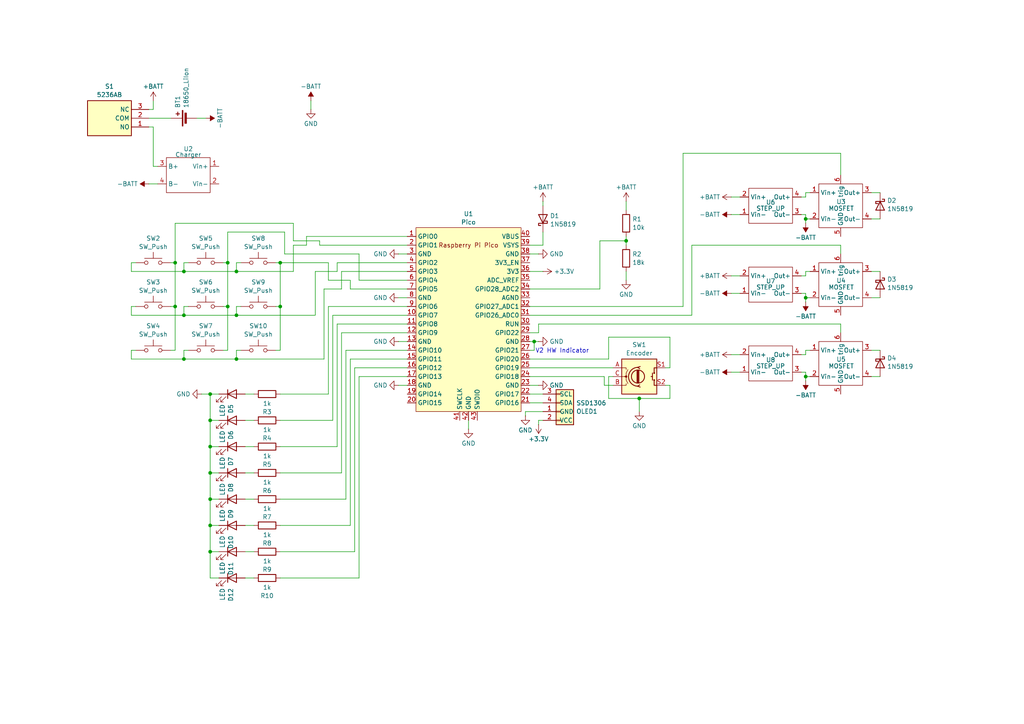
<source format=kicad_sch>
(kicad_sch (version 20231120) (generator "eeschema") (generator_version "8.0")
  (paper "A4")
  (title_block (title "LARS V2") (date "2024-04-01") (rev "1") (comment 1 "https://git.xythobuz.de/thomas/drumkit") (comment 2 "Licensed under the CERN-OHL-S-2.0+") (comment 4 "Copyright (c) 2024 Thomas Buck, Kauzerei"))
  (lib_symbols
    (symbol "5236ab:5236AB"
      (property "Reference" "S1" (at 11.43 -11.7645 0))
      (property "Value" "5236AB" (at 11.43 -9.3402 0))
      (symbol "5236AB_1_1"
        (rectangle (start 5.08 2.54) (end 17.78 -7.62) (stroke (width 0.254)) (fill (type background)))
        (pin passive line (at 0 0 0) (length 5.08) (name "NO") (number "1"))
        (pin passive line (at 0 -2.54 0) (length 5.08) (name "COM") (number "2"))
        (pin passive line (at 0 -5.08 0) (length 5.08) (name "NC") (number "3"))
      )
    )
    (symbol "Device:Battery_Cell" (pin_numbers hide) (pin_names (offset 0) hide)
      (property "Reference" "BT" (at 2.54 2.54 0))
      (property "Value" "Battery_Cell" (at 2.54 0 0))
      (symbol "Battery_Cell_0_1"
        (rectangle (start -2.286 1.778) (end 2.286 1.524) (fill (type outline)))
        (rectangle (start -1.524 1.016) (end 1.524 0.508) (fill (type outline)))
        (polyline (pts (xy 0 0.762) (xy 0 0)))
        (polyline (pts (xy 0 1.778) (xy 0 2.54)))
        (polyline (pts (xy 0.762 3.048) (xy 1.778 3.048)) (stroke (width 0.254)))
        (polyline (pts (xy 1.27 3.556) (xy 1.27 2.54)) (stroke (width 0.254)))
      )
      (symbol "Battery_Cell_1_1"
        (pin passive line (at 0 5.08 270) (length 2.54) (name "+") (number "1"))
        (pin passive line (at 0 -2.54 90) (length 2.54) (name "-") (number "2"))
      )
    )
    (symbol "Device:LED" (pin_numbers hide) (pin_names (offset 1.016) hide)
      (property "Reference" "D" (at 0 2.54 0))
      (property "Value" "LED" (at 0 -2.54 0))
      (symbol "LED_0_1"
        (polyline (pts (xy -1.27 -1.27) (xy -1.27 1.27)) (stroke (width 0.254)))
        (polyline (pts (xy -1.27 0) (xy 1.27 0)))
        (polyline (pts (xy 1.27 -1.27) (xy 1.27 1.27) (xy -1.27 0) (xy 1.27 -1.27)) (stroke (width 0.254)))
        (polyline (pts (xy -3.048 -0.762) (xy -4.572 -2.286) (xy -3.81 -2.286) (xy -4.572 -2.286) (xy -4.572 -1.524)))
        (polyline (pts (xy -1.778 -0.762) (xy -3.302 -2.286) (xy -2.54 -2.286) (xy -3.302 -2.286) (xy -3.302 -1.524)))
      )
      (symbol "LED_1_1"
        (pin passive line (at -3.81 0 0) (length 2.54) (name "K") (number "1"))
        (pin passive line (at 3.81 0 180) (length 2.54) (name "A") (number "2"))
      )
    )
    (symbol "Device:R" (pin_numbers hide) (pin_names (offset 0))
      (property "Reference" "R" (at 2.032 0 90))
      (property "Value" "R" (at 0 0 90))
      (symbol "R_0_1"
        (rectangle (start -1.016 -2.54) (end 1.016 2.54) (stroke (width 0.254)))
      )
      (symbol "R_1_1"
        (pin passive line (at 0 3.81 270) (length 1.27) (name "~") (number "1"))
        (pin passive line (at 0 -3.81 90) (length 1.27) (name "~") (number "2"))
      )
    )
    (symbol "Device:RotaryEncoder_Switch" (pin_names (offset 0.254) hide)
      (property "Reference" "SW" (at 0 6.604 0))
      (property "Value" "RotaryEncoder_Switch" (at 0 -6.604 0))
      (symbol "RotaryEncoder_Switch_0_1"
        (rectangle (start -5.08 5.08) (end 5.08 -5.08) (stroke (width 0.254)) (fill (type background)))
        (circle (center -3.81 0) (radius 0.254) (fill (type outline)))
        (circle (center -0.381 0) (radius 1.905) (stroke (width 0.254)))
        (arc (start -0.381 2.667) (mid -3.0988 -0.0635) (end -0.381 -2.794) (stroke (width 0.254)))
        (polyline (pts (xy -0.635 -1.778) (xy -0.635 1.778)) (stroke (width 0.254)))
        (polyline (pts (xy -0.381 -1.778) (xy -0.381 1.778)) (stroke (width 0.254)))
        (polyline (pts (xy -0.127 1.778) (xy -0.127 -1.778)) (stroke (width 0.254)))
        (polyline (pts (xy 3.81 0) (xy 3.429 0)) (stroke (width 0.254)))
        (polyline (pts (xy 3.81 1.016) (xy 3.81 -1.016)) (stroke (width 0.254)))
        (polyline (pts (xy -5.08 -2.54) (xy -3.81 -2.54) (xy -3.81 -2.032)))
        (polyline (pts (xy -5.08 2.54) (xy -3.81 2.54) (xy -3.81 2.032)))
        (polyline (pts (xy 0.254 -3.048) (xy -0.508 -2.794) (xy 0.127 -2.413)) (stroke (width 0.254)))
        (polyline (pts (xy 0.254 2.921) (xy -0.508 2.667) (xy 0.127 2.286)) (stroke (width 0.254)))
        (polyline (pts (xy 5.08 -2.54) (xy 4.318 -2.54) (xy 4.318 -1.016)) (stroke (width 0.254)))
        (polyline (pts (xy 5.08 2.54) (xy 4.318 2.54) (xy 4.318 1.016)) (stroke (width 0.254)))
        (polyline (pts (xy -5.08 0) (xy -3.81 0) (xy -3.81 -1.016) (xy -3.302 -2.032)))
        (polyline (pts (xy -4.318 0) (xy -3.81 0) (xy -3.81 1.016) (xy -3.302 2.032)))
        (circle (center 4.318 -1.016) (radius 0.127) (stroke (width 0.254)))
        (circle (center 4.318 1.016) (radius 0.127) (stroke (width 0.254)))
      )
      (symbol "RotaryEncoder_Switch_1_1"
        (pin passive line (at -7.62 2.54 0) (length 2.54) (name "A") (number "A"))
        (pin passive line (at -7.62 -2.54 0) (length 2.54) (name "B") (number "B"))
        (pin passive line (at -7.62 0 0) (length 2.54) (name "C") (number "C"))
        (pin passive line (at 7.62 2.54 180) (length 2.54) (name "S1") (number "S1"))
        (pin passive line (at 7.62 -2.54 180) (length 2.54) (name "S2") (number "S2"))
      )
    )
    (symbol "Diode:1N5819" (pin_numbers hide) (pin_names (offset 1.016) hide)
      (property "Reference" "D" (at 0 2.54 0))
      (property "Value" "1N5819" (at 0 -2.54 0))
      (symbol "1N5819_0_1"
        (polyline (pts (xy 1.27 0) (xy -1.27 0)))
        (polyline (pts (xy 1.27 1.27) (xy 1.27 -1.27) (xy -1.27 0) (xy 1.27 1.27)) (stroke (width 0.254)))
        (polyline (pts (xy -1.905 0.635) (xy -1.905 1.27) (xy -1.27 1.27) (xy -1.27 -1.27) (xy -0.635 -1.27) (xy -0.635 -0.635)) (stroke (width 0.254)))
      )
      (symbol "1N5819_1_1"
        (pin passive line (at -3.81 0 0) (length 2.54) (name "K") (number "1"))
        (pin passive line (at 3.81 0 180) (length 2.54) (name "A") (number "2"))
      )
    )
    (symbol "KiCad-RP-Pico:Pico"
      (property "Reference" "U" (at -13.97 27.94 0))
      (property "Value" "Pico" (at 0 19.05 0))
      (symbol "Pico_0_0"
        (text "Raspberry Pi Pico" (at 0 21.59 0) (effects (font (size 1.27 1.27))))
      )
      (symbol "Pico_0_1"
        (rectangle (start -15.24 26.67) (end 15.24 -26.67) (fill (type background)))
      )
      (symbol "Pico_1_1"
        (pin bidirectional line (at -17.78 24.13 0) (length 2.54) (name "GPIO0") (number "1"))
        (pin bidirectional line (at -17.78 1.27 0) (length 2.54) (name "GPIO7") (number "10"))
        (pin bidirectional line (at -17.78 -1.27 0) (length 2.54) (name "GPIO8") (number "11"))
        (pin bidirectional line (at -17.78 -3.81 0) (length 2.54) (name "GPIO9") (number "12"))
        (pin power_in line (at -17.78 -6.35 0) (length 2.54) (name "GND") (number "13"))
        (pin bidirectional line (at -17.78 -8.89 0) (length 2.54) (name "GPIO10") (number "14"))
        (pin bidirectional line (at -17.78 -11.43 0) (length 2.54) (name "GPIO11") (number "15"))
        (pin bidirectional line (at -17.78 -13.97 0) (length 2.54) (name "GPIO12") (number "16"))
        (pin bidirectional line (at -17.78 -16.51 0) (length 2.54) (name "GPIO13") (number "17"))
        (pin power_in line (at -17.78 -19.05 0) (length 2.54) (name "GND") (number "18"))
        (pin bidirectional line (at -17.78 -21.59 0) (length 2.54) (name "GPIO14") (number "19"))
        (pin bidirectional line (at -17.78 21.59 0) (length 2.54) (name "GPIO1") (number "2"))
        (pin bidirectional line (at -17.78 -24.13 0) (length 2.54) (name "GPIO15") (number "20"))
        (pin bidirectional line (at 17.78 -24.13 180) (length 2.54) (name "GPIO16") (number "21"))
        (pin bidirectional line (at 17.78 -21.59 180) (length 2.54) (name "GPIO17") (number "22"))
        (pin power_in line (at 17.78 -19.05 180) (length 2.54) (name "GND") (number "23"))
        (pin bidirectional line (at 17.78 -16.51 180) (length 2.54) (name "GPIO18") (number "24"))
        (pin bidirectional line (at 17.78 -13.97 180) (length 2.54) (name "GPIO19") (number "25"))
        (pin bidirectional line (at 17.78 -11.43 180) (length 2.54) (name "GPIO20") (number "26"))
        (pin bidirectional line (at 17.78 -8.89 180) (length 2.54) (name "GPIO21") (number "27"))
        (pin power_in line (at 17.78 -6.35 180) (length 2.54) (name "GND") (number "28"))
        (pin bidirectional line (at 17.78 -3.81 180) (length 2.54) (name "GPIO22") (number "29"))
        (pin power_in line (at -17.78 19.05 0) (length 2.54) (name "GND") (number "3"))
        (pin input line (at 17.78 -1.27 180) (length 2.54) (name "RUN") (number "30"))
        (pin bidirectional line (at 17.78 1.27 180) (length 2.54) (name "GPIO26_ADC0") (number "31"))
        (pin bidirectional line (at 17.78 3.81 180) (length 2.54) (name "GPIO27_ADC1") (number "32"))
        (pin power_in line (at 17.78 6.35 180) (length 2.54) (name "AGND") (number "33"))
        (pin bidirectional line (at 17.78 8.89 180) (length 2.54) (name "GPIO28_ADC2") (number "34"))
        (pin input line (at 17.78 11.43 180) (length 2.54) (name "ADC_VREF") (number "35"))
        (pin power_out line (at 17.78 13.97 180) (length 2.54) (name "3V3") (number "36"))
        (pin input line (at 17.78 16.51 180) (length 2.54) (name "3V3_EN") (number "37"))
        (pin power_in line (at 17.78 19.05 180) (length 2.54) (name "GND") (number "38"))
        (pin power_in line (at 17.78 21.59 180) (length 2.54) (name "VSYS") (number "39"))
        (pin bidirectional line (at -17.78 16.51 0) (length 2.54) (name "GPIO2") (number "4"))
        (pin power_in line (at 17.78 24.13 180) (length 2.54) (name "VBUS") (number "40"))
        (pin input line (at -2.54 -29.21 90) (length 2.54) (name "SWCLK") (number "41"))
        (pin power_in line (at 0 -29.21 90) (length 2.54) (name "GND") (number "42"))
        (pin bidirectional line (at 2.54 -29.21 90) (length 2.54) (name "SWDIO") (number "43"))
        (pin bidirectional line (at -17.78 13.97 0) (length 2.54) (name "GPIO3") (number "5"))
        (pin bidirectional line (at -17.78 11.43 0) (length 2.54) (name "GPIO4") (number "6"))
        (pin bidirectional line (at -17.78 8.89 0) (length 2.54) (name "GPIO5") (number "7"))
        (pin power_in line (at -17.78 6.35 0) (length 2.54) (name "GND") (number "8"))
        (pin bidirectional line (at -17.78 3.81 0) (length 2.54) (name "GPIO6") (number "9"))
      )
    )
    (symbol "Switch:SW_Push" (pin_numbers hide) (pin_names (offset 1.016) hide)
      (property "Reference" "SW" (at 1.27 2.54 0))
      (property "Value" "SW_Push" (at 0 -1.524 0))
      (symbol "SW_Push_0_1"
        (circle (center -2.032 0) (radius 0.508))
        (polyline (pts (xy 0 1.27) (xy 0 3.048)))
        (polyline (pts (xy 2.54 1.27) (xy -2.54 1.27)))
        (circle (center 2.032 0) (radius 0.508))
        (pin passive line (at -5.08 0 0) (length 2.54) (name "1") (number "1"))
        (pin passive line (at 5.08 0 180) (length 2.54) (name "2") (number "2"))
      )
    )
    (symbol "chinese_modules:charger"
      (property "Reference" "U" (at 0 0 0))
      (symbol "charger_0_1"
        (rectangle (start -6.35 5.08) (end 6.35 -5.08))
      )
      (symbol "charger_1_1"
        (pin input line (at 8.89 2.54 180) (length 2.54) (name "Vin+") (number "1"))
        (pin input line (at 8.89 -2.54 180) (length 2.54) (name "Vin-") (number "2"))
        (pin input line (at -8.89 2.54 0) (length 2.54) (name "B+") (number "3"))
        (pin input line (at -8.89 -2.54 0) (length 2.54) (name "B-") (number "4"))
      )
    )
    (symbol "chinese_modules:dc-dc"
      (property "Reference" "U6" (at 0 1.016 0))
      (property "Value" "STEP_UP" (at 0 -0.762 0))
      (symbol "dc-dc_0_1"
        (rectangle (start -6.35 5.08) (end 6.35 -5.08))
      )
      (symbol "dc-dc_1_1"
        (pin power_in line (at -8.89 -2.54 0) (length 2.54) (name "Vin-") (number "1"))
        (pin power_in line (at -8.89 2.54 0) (length 2.54) (name "Vin+") (number "2"))
        (pin power_out line (at 8.89 -2.54 180) (length 2.54) (name "Out-") (number "3"))
        (pin power_out line (at 8.89 2.54 180) (length 2.54) (name "Out+") (number "4"))
      )
    )
    (symbol "chinese_modules:xy-mos"
      (property "Reference" "U3" (at -1.27 1.1734 0))
      (property "Value" "~" (at -0.508 -0.508 0))
      (symbol "xy-mos_0_1"
        (rectangle (start -6.35 6.35) (end 6.35 -6.35))
      )
      (symbol "xy-mos_1_1"
        (pin power_in line (at -8.89 3.81 0) (length 2.54) (name "Vin+") (number "1"))
        (pin power_in line (at -8.89 -3.81 0) (length 2.54) (name "Vin-") (number "2"))
        (pin power_out line (at 8.89 3.81 180) (length 2.54) (name "Out+") (number "3"))
        (pin power_out line (at 8.89 -3.81 180) (length 2.54) (name "Out-") (number "4"))
        (pin input line (at 0 -8.89 90) (length 2.54) (name "GND") (number "5"))
        (pin input line (at 0 8.89 270) (length 2.54) (name "trig") (number "6"))
      )
    )
    (symbol "dc-dc_1"
      (property "Reference" "U8" (at 0 1.016 0))
      (property "Value" "STEP_UP" (at 0 -0.762 0))
      (symbol "dc-dc_1_0_1"
        (rectangle (start -6.35 5.08) (end 6.35 -5.08))
      )
      (symbol "dc-dc_1_1_1"
        (pin power_in line (at -8.89 -2.54 0) (length 2.54) (name "Vin-") (number "1"))
        (pin power_in line (at -8.89 2.54 0) (length 2.54) (name "Vin+") (number "2"))
        (pin power_out line (at 8.89 -2.54 180) (length 2.54) (name "Out-") (number "3"))
        (pin power_out line (at 8.89 2.54 180) (length 2.54) (name "Out+") (number "4"))
      )
    )
    (symbol "dc-dc_2"
      (property "Reference" "U7" (at 0 1.016 0))
      (property "Value" "STEP_UP" (at 0 -0.762 0))
      (symbol "dc-dc_2_0_1"
        (rectangle (start -6.35 5.08) (end 6.35 -5.08))
      )
      (symbol "dc-dc_2_1_1"
        (pin power_in line (at -8.89 -2.54 0) (length 2.54) (name "Vin-") (number "1"))
        (pin power_in line (at -8.89 2.54 0) (length 2.54) (name "Vin+") (number "2"))
        (pin power_out line (at 8.89 -2.54 180) (length 2.54) (name "Out-") (number "3"))
        (pin power_out line (at 8.89 2.54 180) (length 2.54) (name "Out+") (number "4"))
      )
    )
    (symbol "power:+3.3V" (power) (pin_numbers hide) (pin_names (offset 0) hide)
      (property "Value" "+3.3V" (at 0 3.556 0))
      (symbol "+3.3V_0_1"
        (polyline (pts (xy -0.762 1.27) (xy 0 2.54)))
        (polyline (pts (xy 0 0) (xy 0 2.54)))
        (polyline (pts (xy 0 2.54) (xy 0.762 1.27)))
      )
      (symbol "+3.3V_1_1"
        (pin power_in line (at 0 0 90) (length 0) (name "~") (number "1"))
      )
    )
    (symbol "power:+BATT" (power) (pin_numbers hide) (pin_names (offset 0) hide)
      (property "Value" "+BATT" (at 0 3.556 0))
      (symbol "+BATT_0_1"
        (polyline (pts (xy -0.762 1.27) (xy 0 2.54)))
        (polyline (pts (xy 0 0) (xy 0 2.54)))
        (polyline (pts (xy 0 2.54) (xy 0.762 1.27)))
      )
      (symbol "+BATT_1_1"
        (pin power_in line (at 0 0 90) (length 0) (name "~") (number "1"))
      )
    )
    (symbol "power:-BATT" (power) (pin_numbers hide) (pin_names (offset 0) hide)
      (property "Value" "-BATT" (at 0 3.556 0))
      (symbol "-BATT_0_1"
        (polyline (pts (xy 0 0) (xy 0 2.54)))
        (polyline (pts (xy 0.762 1.27) (xy -0.762 1.27) (xy 0 2.54) (xy 0.762 1.27)) (fill (type outline)))
      )
      (symbol "-BATT_1_1"
        (pin power_in line (at 0 0 90) (length 0) (name "~") (number "1"))
      )
    )
    (symbol "power:GND" (power) (pin_numbers hide) (pin_names (offset 0) hide)
      (property "Value" "GND" (at 0 -3.81 0))
      (symbol "GND_0_1"
        (polyline (pts (xy 0 0) (xy 0 -1.27) (xy 1.27 -1.27) (xy 0 -2.54) (xy -1.27 -1.27) (xy 0 -1.27)))
      )
      (symbol "GND_1_1"
        (pin power_in line (at 0 0 270) (length 0) (name "~") (number "1"))
      )
    )
    (symbol "ssd1306:SSD1306" (pin_names (offset 1.016))
      (property "Reference" "OLED" (at 0 5.08 0))
      (property "Value" "SSD1306" (at 0 -7.62 0))
      (symbol "SSD1306_1_1"
        (rectangle (start -1.27 -4.953) (end 0 -5.207) (stroke (width 0.1524)))
        (rectangle (start -1.27 -2.413) (end 0 -2.667) (stroke (width 0.1524)))
        (rectangle (start -1.27 0.127) (end 0 -0.127) (stroke (width 0.1524)))
        (rectangle (start -1.27 2.667) (end 0 2.413) (stroke (width 0.1524)))
        (rectangle (start -1.27 3.81) (end 3.81 -6.35) (stroke (width 0.254)) (fill (type background)))
        (pin power_in line (at -5.08 0 0) (length 3.81) (name "GND") (number "1"))
        (pin power_in line (at -5.08 2.54 0) (length 3.81) (name "VCC") (number "2"))
        (pin input line (at -5.08 -5.08 0) (length 3.81) (name "SCL") (number "3"))
        (pin bidirectional line (at -5.08 -2.54 0) (length 3.81) (name "SDA") (number "4"))
      )
    )
  )
  (junction (at 60.96 114.3))
  (junction (at 50.8 88.9))
  (junction (at 60.96 137.16))
  (junction (at 68.58 91.44))
  (junction (at 50.8 76.2))
  (junction (at 53.34 78.74))
  (junction (at 53.34 104.14))
  (junction (at 181.61 69.85))
  (junction (at 60.96 129.54))
  (junction (at 68.58 104.14))
  (junction (at 66.04 88.9))
  (junction (at 60.96 152.4))
  (junction (at 60.96 160.02))
  (junction (at 60.96 121.92))
  (junction (at 233.68 86.36))
  (junction (at 185.42 115.57))
  (junction (at 154.94 99.06))
  (junction (at 233.68 63.5))
  (junction (at 81.28 76.2))
  (junction (at 68.58 78.74))
  (junction (at 233.68 109.22))
  (junction (at 81.28 88.9))
  (junction (at 53.34 91.44))
  (junction (at 60.96 144.78))
  (junction (at 66.04 76.2))
  (wire (pts (xy 194.31 111.76) (xy 193.04 111.76)))
  (wire (pts (xy 53.34 91.44) (xy 68.58 91.44)))
  (wire (pts (xy 157.48 119.38) (xy 152.4 119.38)))
  (wire (pts (xy 175.26 111.76) (xy 175.26 109.22)))
  (wire (pts (xy 252.73 86.36) (xy 255.27 86.36)))
  (wire (pts (xy 198.12 44.45) (xy 243.84 44.45)))
  (wire (pts (xy 156.21 93.98) (xy 243.84 93.98)))
  (wire (pts (xy 97.79 129.54) (xy 81.28 129.54)))
  (wire (pts (xy 233.68 63.5) (xy 233.68 64.77)))
  (wire (pts (xy 66.04 76.2) (xy 66.04 88.9)))
  (wire (pts (xy 95.25 114.3) (xy 81.28 114.3)))
  (wire (pts (xy 232.41 62.23) (xy 233.68 62.23)))
  (wire (pts (xy 53.34 104.14) (xy 68.58 104.14)))
  (wire (pts (xy 80.01 76.2) (xy 81.28 76.2)))
  (wire (pts (xy 97.79 76.2) (xy 118.11 76.2)))
  (wire (pts (xy 233.68 62.23) (xy 233.68 63.5)))
  (wire (pts (xy 102.87 106.68) (xy 102.87 160.02)))
  (wire (pts (xy 95.25 81.28) (xy 101.6 81.28)))
  (wire (pts (xy 81.28 76.2) (xy 81.28 88.9)))
  (wire (pts (xy 194.31 106.68) (xy 194.31 97.79)))
  (wire (pts (xy 212.09 102.87) (xy 214.63 102.87)))
  (wire (pts (xy 93.98 83.82) (xy 93.98 104.14)))
  (wire (pts (xy 38.1 104.14) (xy 53.34 104.14)))
  (wire (pts (xy 233.68 109.22) (xy 233.68 110.49)))
  (wire (pts (xy 66.04 67.31) (xy 66.04 76.2)))
  (wire (pts (xy 233.68 78.74) (xy 234.95 78.74)))
  (wire (pts (xy 232.41 85.09) (xy 233.68 85.09)))
  (wire (pts (xy 60.96 137.16) (xy 60.96 144.78)))
  (wire (pts (xy 71.12 152.4) (xy 73.66 152.4)))
  (wire (pts (xy 118.11 88.9) (xy 95.25 88.9)))
  (wire (pts (xy 118.11 106.68) (xy 102.87 106.68)))
  (wire (pts (xy 39.37 76.2) (xy 38.1 76.2)))
  (wire (pts (xy 68.58 88.9) (xy 68.58 91.44)))
  (wire (pts (xy 38.1 91.44) (xy 53.34 91.44)))
  (wire (pts (xy 194.31 115.57) (xy 194.31 111.76)))
  (wire (pts (xy 154.94 101.6) (xy 154.94 99.06)))
  (wire (pts (xy 38.1 101.6) (xy 38.1 104.14)))
  (wire (pts (xy 153.67 78.74) (xy 157.48 78.74)))
  (wire (pts (xy 95.25 81.28) (xy 95.25 76.2)))
  (wire (pts (xy 92.71 71.12) (xy 118.11 71.12)))
  (wire (pts (xy 99.06 137.16) (xy 81.28 137.16)))
  (wire (pts (xy 176.53 97.79) (xy 176.53 104.14)))
  (wire (pts (xy 104.14 81.28) (xy 104.14 73.66)))
  (wire (pts (xy 60.96 152.4) (xy 63.5 152.4)))
  (wire (pts (xy 90.17 29.21) (xy 90.17 31.75)))
  (wire (pts (xy 53.34 76.2) (xy 53.34 78.74)))
  (wire (pts (xy 252.73 78.74) (xy 255.27 78.74)))
  (wire (pts (xy 63.5 114.3) (xy 60.96 114.3)))
  (wire (pts (xy 153.67 114.3) (xy 157.48 114.3)))
  (wire (pts (xy 60.96 144.78) (xy 63.5 144.78)))
  (wire (pts (xy 85.09 69.85) (xy 92.71 69.85)))
  (wire (pts (xy 185.42 115.57) (xy 185.42 119.38)))
  (wire (pts (xy 252.73 55.88) (xy 255.27 55.88)))
  (wire (pts (xy 95.25 76.2) (xy 81.28 76.2)))
  (wire (pts (xy 194.31 106.68) (xy 193.04 106.68)))
  (wire (pts (xy 66.04 101.6) (xy 66.04 88.9)))
  (wire (pts (xy 232.41 102.87) (xy 233.68 102.87)))
  (wire (pts (xy 88.9 71.12) (xy 88.9 68.58)))
  (wire (pts (xy 60.96 114.3) (xy 60.96 121.92)))
  (wire (pts (xy 153.67 83.82) (xy 173.99 83.82)))
  (wire (pts (xy 57.15 34.29) (xy 59.69 34.29)))
  (wire (pts (xy 60.96 129.54) (xy 60.96 137.16)))
  (wire (pts (xy 60.96 152.4) (xy 60.96 160.02)))
  (wire (pts (xy 82.55 67.31) (xy 66.04 67.31)))
  (wire (pts (xy 71.12 137.16) (xy 73.66 137.16)))
  (wire (pts (xy 233.68 55.88) (xy 234.95 55.88)))
  (wire (pts (xy 50.8 101.6) (xy 49.53 101.6)))
  (wire (pts (xy 60.96 121.92) (xy 60.96 129.54)))
  (wire (pts (xy 60.96 160.02) (xy 63.5 160.02)))
  (wire (pts (xy 153.67 88.9) (xy 198.12 88.9)))
  (wire (pts (xy 115.57 111.76) (xy 118.11 111.76)))
  (wire (pts (xy 53.34 78.74) (xy 68.58 78.74)))
  (wire (pts (xy 71.12 121.92) (xy 73.66 121.92)))
  (wire (pts (xy 101.6 83.82) (xy 118.11 83.82)))
  (wire (pts (xy 99.06 96.52) (xy 99.06 137.16)))
  (wire (pts (xy 212.09 107.95) (xy 214.63 107.95)))
  (wire (pts (xy 82.55 73.66) (xy 104.14 73.66)))
  (wire (pts (xy 60.96 121.92) (xy 63.5 121.92)))
  (wire (pts (xy 233.68 63.5) (xy 234.95 63.5)))
  (wire (pts (xy 233.68 101.6) (xy 234.95 101.6)))
  (wire (pts (xy 118.11 104.14) (xy 101.6 104.14)))
  (wire (pts (xy 71.12 144.78) (xy 73.66 144.78)))
  (wire (pts (xy 80.01 101.6) (xy 81.28 101.6)))
  (wire (pts (xy 53.34 88.9) (xy 54.61 88.9)))
  (wire (pts (xy 64.77 76.2) (xy 66.04 76.2)))
  (wire (pts (xy 118.11 78.74) (xy 99.06 78.74)))
  (wire (pts (xy 153.67 111.76) (xy 156.21 111.76)))
  (wire (pts (xy 64.77 101.6) (xy 66.04 101.6)))
  (wire (pts (xy 85.09 71.12) (xy 85.09 78.74)))
  (wire (pts (xy 177.8 109.22) (xy 176.53 109.22)))
  (wire (pts (xy 44.45 36.83) (xy 44.45 48.26)))
  (wire (pts (xy 115.57 99.06) (xy 118.11 99.06)))
  (wire (pts (xy 181.61 69.85) (xy 181.61 71.12)))
  (wire (pts (xy 157.48 71.12) (xy 157.48 67.31)))
  (wire (pts (xy 49.53 76.2) (xy 50.8 76.2)))
  (wire (pts (xy 39.37 101.6) (xy 38.1 101.6)))
  (wire (pts (xy 153.67 101.6) (xy 154.94 101.6)))
  (wire (pts (xy 118.11 93.98) (xy 97.79 93.98)))
  (wire (pts (xy 176.53 104.14) (xy 153.67 104.14)))
  (wire (pts (xy 54.61 76.2) (xy 53.34 76.2)))
  (wire (pts (xy 60.96 137.16) (xy 63.5 137.16)))
  (wire (pts (xy 232.41 80.01) (xy 233.68 80.01)))
  (wire (pts (xy 157.48 58.42) (xy 157.48 59.69)))
  (wire (pts (xy 38.1 88.9) (xy 38.1 91.44)))
  (wire (pts (xy 115.57 73.66) (xy 118.11 73.66)))
  (wire (pts (xy 252.73 63.5) (xy 255.27 63.5)))
  (wire (pts (xy 68.58 91.44) (xy 91.44 91.44)))
  (wire (pts (xy 92.71 69.85) (xy 92.71 71.12)))
  (wire (pts (xy 60.96 160.02) (xy 60.96 167.64)))
  (wire (pts (xy 85.09 71.12) (xy 88.9 71.12)))
  (wire (pts (xy 71.12 129.54) (xy 73.66 129.54)))
  (wire (pts (xy 69.85 101.6) (xy 68.58 101.6)))
  (wire (pts (xy 68.58 101.6) (xy 68.58 104.14)))
  (wire (pts (xy 99.06 83.82) (xy 93.98 83.82)))
  (wire (pts (xy 233.68 80.01) (xy 233.68 78.74)))
  (wire (pts (xy 66.04 88.9) (xy 64.77 88.9)))
  (wire (pts (xy 135.89 121.92) (xy 135.89 124.46)))
  (wire (pts (xy 212.09 80.01) (xy 214.63 80.01)))
  (wire (pts (xy 176.53 109.22) (xy 176.53 115.57)))
  (wire (pts (xy 91.44 78.74) (xy 97.79 78.74)))
  (wire (pts (xy 185.42 115.57) (xy 194.31 115.57)))
  (wire (pts (xy 118.11 91.44) (xy 96.52 91.44)))
  (wire (pts (xy 97.79 93.98) (xy 97.79 129.54)))
  (wire (pts (xy 88.9 68.58) (xy 118.11 68.58)))
  (wire (pts (xy 44.45 31.75) (xy 43.18 31.75)))
  (wire (pts (xy 243.84 44.45) (xy 243.84 50.8)))
  (wire (pts (xy 101.6 152.4) (xy 81.28 152.4)))
  (wire (pts (xy 53.34 101.6) (xy 54.61 101.6)))
  (wire (pts (xy 115.57 86.36) (xy 118.11 86.36)))
  (wire (pts (xy 85.09 64.77) (xy 50.8 64.77)))
  (wire (pts (xy 60.96 144.78) (xy 60.96 152.4)))
  (wire (pts (xy 233.68 57.15) (xy 233.68 55.88)))
  (wire (pts (xy 154.94 99.06) (xy 156.21 99.06)))
  (wire (pts (xy 232.41 57.15) (xy 233.68 57.15)))
  (wire (pts (xy 233.68 85.09) (xy 233.68 86.36)))
  (wire (pts (xy 101.6 81.28) (xy 101.6 83.82)))
  (wire (pts (xy 50.8 88.9) (xy 50.8 101.6)))
  (wire (pts (xy 200.66 91.44) (xy 153.67 91.44)))
  (wire (pts (xy 104.14 109.22) (xy 104.14 167.64)))
  (wire (pts (xy 71.12 114.3) (xy 73.66 114.3)))
  (wire (pts (xy 233.68 102.87) (xy 233.68 101.6)))
  (wire (pts (xy 53.34 91.44) (xy 53.34 88.9)))
  (wire (pts (xy 60.96 129.54) (xy 63.5 129.54)))
  (wire (pts (xy 243.84 71.12) (xy 200.66 71.12)))
  (wire (pts (xy 69.85 88.9) (xy 68.58 88.9)))
  (wire (pts (xy 53.34 104.14) (xy 53.34 101.6)))
  (wire (pts (xy 118.11 101.6) (xy 100.33 101.6)))
  (wire (pts (xy 233.68 86.36) (xy 233.68 87.63)))
  (wire (pts (xy 153.67 99.06) (xy 154.94 99.06)))
  (wire (pts (xy 44.45 29.21) (xy 44.45 31.75)))
  (wire (pts (xy 96.52 91.44) (xy 96.52 121.92)))
  (wire (pts (xy 68.58 78.74) (xy 68.58 76.2)))
  (wire (pts (xy 118.11 109.22) (xy 104.14 109.22)))
  (wire (pts (xy 68.58 76.2) (xy 69.85 76.2)))
  (wire (pts (xy 243.84 73.66) (xy 243.84 71.12)))
  (wire (pts (xy 153.67 116.84) (xy 157.48 116.84)))
  (wire (pts (xy 68.58 104.14) (xy 93.98 104.14)))
  (wire (pts (xy 38.1 78.74) (xy 53.34 78.74)))
  (wire (pts (xy 118.11 96.52) (xy 99.06 96.52)))
  (wire (pts (xy 44.45 48.26) (xy 45.72 48.26)))
  (wire (pts (xy 181.61 58.42) (xy 181.61 60.96)))
  (wire (pts (xy 38.1 76.2) (xy 38.1 78.74)))
  (wire (pts (xy 173.99 69.85) (xy 181.61 69.85)))
  (wire (pts (xy 252.73 109.22) (xy 255.27 109.22)))
  (wire (pts (xy 233.68 109.22) (xy 234.95 109.22)))
  (wire (pts (xy 39.37 88.9) (xy 38.1 88.9)))
  (wire (pts (xy 156.21 93.98) (xy 156.21 96.52)))
  (wire (pts (xy 50.8 76.2) (xy 50.8 88.9)))
  (wire (pts (xy 181.61 68.58) (xy 181.61 69.85)))
  (wire (pts (xy 95.25 88.9) (xy 95.25 114.3)))
  (wire (pts (xy 153.67 73.66) (xy 156.21 73.66)))
  (wire (pts (xy 212.09 85.09) (xy 214.63 85.09)))
  (wire (pts (xy 71.12 167.64) (xy 73.66 167.64)))
  (wire (pts (xy 80.01 88.9) (xy 81.28 88.9)))
  (wire (pts (xy 153.67 106.68) (xy 177.8 106.68)))
  (wire (pts (xy 200.66 71.12) (xy 200.66 91.44)))
  (wire (pts (xy 176.53 115.57) (xy 185.42 115.57)))
  (wire (pts (xy 243.84 93.98) (xy 243.84 96.52)))
  (wire (pts (xy 175.26 109.22) (xy 153.67 109.22)))
  (wire (pts (xy 43.18 53.34) (xy 45.72 53.34)))
  (wire (pts (xy 96.52 121.92) (xy 81.28 121.92)))
  (wire (pts (xy 233.68 86.36) (xy 234.95 86.36)))
  (wire (pts (xy 60.96 167.64) (xy 63.5 167.64)))
  (wire (pts (xy 97.79 78.74) (xy 97.79 76.2)))
  (wire (pts (xy 233.68 107.95) (xy 233.68 109.22)))
  (wire (pts (xy 71.12 160.02) (xy 73.66 160.02)))
  (wire (pts (xy 104.14 167.64) (xy 81.28 167.64)))
  (wire (pts (xy 173.99 83.82) (xy 173.99 69.85)))
  (wire (pts (xy 153.67 71.12) (xy 157.48 71.12)))
  (wire (pts (xy 85.09 78.74) (xy 68.58 78.74)))
  (wire (pts (xy 82.55 73.66) (xy 82.55 67.31)))
  (wire (pts (xy 252.73 101.6) (xy 255.27 101.6)))
  (wire (pts (xy 100.33 144.78) (xy 81.28 144.78)))
  (wire (pts (xy 85.09 64.77) (xy 85.09 69.85)))
  (wire (pts (xy 49.53 88.9) (xy 50.8 88.9)))
  (wire (pts (xy 181.61 78.74) (xy 181.61 81.28)))
  (wire (pts (xy 152.4 119.38) (xy 152.4 120.65)))
  (wire (pts (xy 101.6 104.14) (xy 101.6 152.4)))
  (wire (pts (xy 58.42 114.3) (xy 60.96 114.3)))
  (wire (pts (xy 44.45 36.83) (xy 43.18 36.83)))
  (wire (pts (xy 50.8 64.77) (xy 50.8 76.2)))
  (wire (pts (xy 100.33 101.6) (xy 100.33 144.78)))
  (wire (pts (xy 118.11 81.28) (xy 104.14 81.28)))
  (wire (pts (xy 43.18 34.29) (xy 49.53 34.29)))
  (wire (pts (xy 99.06 78.74) (xy 99.06 83.82)))
  (wire (pts (xy 156.21 96.52) (xy 153.67 96.52)))
  (wire (pts (xy 212.09 57.15) (xy 214.63 57.15)))
  (wire (pts (xy 156.21 121.92) (xy 156.21 123.19)))
  (wire (pts (xy 102.87 160.02) (xy 81.28 160.02)))
  (wire (pts (xy 157.48 121.92) (xy 156.21 121.92)))
  (wire (pts (xy 232.41 107.95) (xy 233.68 107.95)))
  (wire (pts (xy 194.31 97.79) (xy 176.53 97.79)))
  (wire (pts (xy 198.12 44.45) (xy 198.12 88.9)))
  (wire (pts (xy 212.09 62.23) (xy 214.63 62.23)))
  (wire (pts (xy 177.8 111.76) (xy 175.26 111.76)))
  (wire (pts (xy 81.28 101.6) (xy 81.28 88.9)))
  (wire (pts (xy 91.44 78.74) (xy 91.44 91.44)))
  (text "V2 HW Indicator" (at 163.068 101.854 0) (effects (font (size 1.27 1.27))))
  (symbol (lib_id "Device:R") (at 77.47 129.54 90) (mirror x) (unit 1)
    (property "Reference" "R5" (at 77.47 134.7005 90))
    (property "Value" "1k" (at 77.47 132.2762 90))
    (property "Footprint" "Resistor_THT:R_Axial_DIN0204_L3.6mm_D1.6mm_P2.54mm_Vertical" (effects (hide yes)))
    (property "Description" "Resistor" (effects (hide yes)))
  )
  (symbol (lib_id "power:+3.3V") (at 156.21 123.19 180) (unit 1)
    (property "Reference" "#PWR017" (effects (hide yes)))
    (property "Value" "+3.3V" (at 156.21 127.3231 0))
    (property "Description" "Power symbol creates a global label with name \"+3.3V\"" (effects (hide yes)))
  )
  (symbol (lib_id "power:GND") (at 135.89 124.46 0) (unit 1)
    (property "Reference" "#PWR029" (effects (hide yes)))
    (property "Value" "GND" (at 135.89 128.5931 0))
    (property "Description" "Power symbol creates a global label with name \"GND\" , ground" (effects (hide yes)))
  )
  (symbol (lib_id "power:+BATT") (at 212.09 57.15 90) (unit 1)
    (property "Reference" "#PWR011" (effects (hide yes)))
    (property "Value" "+BATT" (at 208.915 57.15 90) (effects (justify left)))
    (property "Description" "Power symbol creates a global label with name \"+BATT\"" (effects (hide yes)))
  )
  (symbol (lib_id "Device:LED") (at 67.31 160.02 0) (unit 1)
    (property "Reference" "D11" (at 66.9347 162.941 90) (effects (justify right)))
    (property "Value" "LED" (at 64.5104 162.941 90) (effects (justify right)))
    (property "Footprint" "LED_THT:LED_D5.0mm" (effects (hide yes)))
    (property "Description" "Light emitting diode" (effects (hide yes)))
  )
  (symbol (lib_id "chinese_modules:xy-mos") (at 243.84 59.69 0) (unit 1)
    (property "Reference" "U3" (at 242.57 58.5166 0) (effects (justify left)))
    (property "Value" "MOSFET" (at 240.284 60.452 0) (effects (justify left)))
    (property "Footprint" "chinese_modules:xy-mos" (effects (hide yes)))
  )
  (symbol (lib_id "Diode:1N5819") (at 255.27 82.55 270) (unit 1)
    (property "Reference" "D3" (at 257.302 81.0203 90) (effects (justify left)))
    (property "Value" "1N5819" (at 257.302 83.4446 90) (effects (justify left)))
    (property "Footprint" "Diode_THT:D_DO-41_SOD81_P10.16mm_Horizontal" (effects (hide yes)))
    (property "Datasheet" "http://www.vishay.com/docs/88525/1n5817.pdf" (effects (hide yes)))
    (property "Description" "40V 1A Schottky Barrier Rectifier Diode, DO-41" (effects (hide yes)))
  )
  (symbol (lib_id "power:GND") (at 156.21 73.66 90) (unit 1)
    (property "Reference" "#PWR024" (effects (hide yes)))
    (property "Value" "GND" (at 159.385 73.66 90) (effects (justify right)))
    (property "Description" "Power symbol creates a global label with name \"GND\" , ground" (effects (hide yes)))
  )
  (symbol (lib_id "power:-BATT") (at 90.17 29.21 0) (unit 1)
    (property "Reference" "#PWR020" (effects (hide yes)))
    (property "Value" "-BATT" (at 90.17 25.0769 0))
    (property "Description" "Power symbol creates a global label with name \"-BATT\"" (effects (hide yes)))
  )
  (symbol (lib_id "chinese_modules:dc-dc") (at 223.52 59.69 0) (unit 1)
    (property "Reference" "U6" (at 223.52 58.674 0))
    (property "Value" "STEP_UP" (at 223.52 60.452 0))
    (property "Footprint" "chinese_modules:dc-dc module" (effects (hide yes)))
  )
  (symbol (lib_id "Device:LED") (at 67.31 121.92 0) (unit 1)
    (property "Reference" "D6" (at 66.9347 124.841 90) (effects (justify right)))
    (property "Value" "LED" (at 64.5104 124.841 90) (effects (justify right)))
    (property "Footprint" "LED_THT:LED_D5.0mm" (effects (hide yes)))
    (property "Description" "Light emitting diode" (effects (hide yes)))
  )
  (symbol (lib_id "Switch:SW_Push") (at 44.45 88.9 0) (unit 1)
    (property "Reference" "SW3" (at 44.45 81.8345 0))
    (property "Value" "SW_Push" (at 44.45 84.2588 0))
    (property "Footprint" "Button_Switch_THT:SW_PUSH_6mm_H5mm" (effects (hide yes)))
    (property "Description" "Push button switch, generic, two pins" (effects (hide yes)))
  )
  (symbol (lib_id "power:+BATT") (at 181.61 58.42 0) (unit 1)
    (property "Reference" "#PWR021" (effects (hide yes)))
    (property "Value" "+BATT" (at 181.61 54.2869 0))
    (property "Description" "Power symbol creates a global label with name \"+BATT\"" (effects (hide yes)))
  )
  (symbol (lib_id "ssd1306:SSD1306") (at 162.56 119.38 0) (mirror x) (unit 1)
    (property "Reference" "OLED1" (at 167.132 119.3222 0) (effects (justify left)))
    (property "Value" "SSD1306" (at 167.132 116.8979 0) (effects (justify left)))
    (property "Footprint" "ssd1306:SSD1306_0.96_Oled" (effects (hide yes)))
    (property "Description" "OLED 0.96 128x64 I2C" (effects (hide yes)))
  )
  (symbol (lib_id "power:GND") (at 115.57 99.06 270) (unit 1)
    (property "Reference" "#PWR027" (effects (hide yes)))
    (property "Value" "GND" (at 112.3951 99.06 90) (effects (justify right)))
    (property "Description" "Power symbol creates a global label with name \"GND\" , ground" (effects (hide yes)))
  )
  (symbol (lib_id "power:-BATT") (at 233.68 87.63 180) (unit 1)
    (property "Reference" "#PWR014" (effects (hide yes)))
    (property "Value" "-BATT" (at 233.68 91.7631 0))
    (property "Description" "Power symbol creates a global label with name \"-BATT\"" (effects (hide yes)))
  )
  (symbol (lib_id "Device:R") (at 181.61 74.93 180) (unit 1)
    (property "Reference" "R2" (at 183.388 73.7178 0) (effects (justify right)))
    (property "Value" "18k" (at 183.388 76.1421 0) (effects (justify right)))
    (property "Footprint" "Resistor_THT:R_Axial_DIN0204_L3.6mm_D1.6mm_P2.54mm_Vertical" (effects (hide yes)))
    (property "Description" "Resistor" (effects (hide yes)))
  )
  (symbol (lib_id "Switch:SW_Push") (at 59.69 101.6 0) (unit 1)
    (property "Reference" "SW7" (at 59.69 94.5345 0))
    (property "Value" "SW_Push" (at 59.69 96.9588 0))
    (property "Footprint" "Button_Switch_THT:SW_PUSH_6mm_H5mm" (effects (hide yes)))
    (property "Description" "Push button switch, generic, two pins" (effects (hide yes)))
  )
  (symbol (lib_id "power:GND") (at 115.57 86.36 270) (unit 1)
    (property "Reference" "#PWR026" (effects (hide yes)))
    (property "Value" "GND" (at 112.3951 86.36 90) (effects (justify right)))
    (property "Description" "Power symbol creates a global label with name \"GND\" , ground" (effects (hide yes)))
  )
  (symbol (lib_id "Switch:SW_Push") (at 59.69 88.9 0) (unit 1)
    (property "Reference" "SW6" (at 59.69 81.8345 0))
    (property "Value" "SW_Push" (at 59.69 84.2588 0))
    (property "Footprint" "Button_Switch_THT:SW_PUSH_6mm_H5mm" (effects (hide yes)))
    (property "Description" "Push button switch, generic, two pins" (effects (hide yes)))
  )
  (symbol (lib_id "power:GND") (at 90.17 31.75 0) (unit 1)
    (property "Reference" "#PWR019" (effects (hide yes)))
    (property "Value" "GND" (at 90.17 35.8831 0))
    (property "Description" "Power symbol creates a global label with name \"GND\" , ground" (effects (hide yes)))
  )
  (symbol (lib_id "power:-BATT") (at 212.09 107.95 90) (unit 1)
    (property "Reference" "#PWR08" (effects (hide yes)))
    (property "Value" "-BATT" (at 208.915 107.95 90) (effects (justify left)))
    (property "Description" "Power symbol creates a global label with name \"-BATT\"" (effects (hide yes)))
  )
  (symbol (lib_name "dc-dc_1") (lib_id "chinese_modules:dc-dc") (at 223.52 105.41 0) (unit 1)
    (property "Reference" "U8" (at 223.52 104.394 0))
    (property "Value" "STEP_UP" (at 223.52 106.172 0))
    (property "Footprint" "chinese_modules:dc-dc module" (effects (hide yes)))
  )
  (symbol (lib_id "power:GND") (at 185.42 119.38 0) (unit 1)
    (property "Reference" "#PWR03" (effects (hide yes)))
    (property "Value" "GND" (at 185.42 123.5131 0))
    (property "Description" "Power symbol creates a global label with name \"GND\" , ground" (effects (hide yes)))
  )
  (symbol (lib_id "Device:R") (at 77.47 160.02 90) (mirror x) (unit 1)
    (property "Reference" "R9" (at 77.47 165.1805 90))
    (property "Value" "1k" (at 77.47 162.7562 90))
    (property "Footprint" "Resistor_THT:R_Axial_DIN0204_L3.6mm_D1.6mm_P2.54mm_Vertical" (effects (hide yes)))
    (property "Description" "Resistor" (effects (hide yes)))
  )
  (symbol (lib_id "chinese_modules:charger") (at 54.61 50.8 0) (unit 1)
    (property "Reference" "U2" (at 54.61 43.1885 0))
    (property "Value" "Charger" (at 54.61 44.8699 0))
    (property "Footprint" "chinese_modules:charger" (effects (hide yes)))
  )
  (symbol (lib_id "power:GND") (at 156.21 111.76 90) (unit 1)
    (property "Reference" "#PWR018" (effects (hide yes)))
    (property "Value" "GND" (at 159.385 111.76 90) (effects (justify right)))
    (property "Description" "Power symbol creates a global label with name \"GND\" , ground" (effects (hide yes)))
  )
  (symbol (lib_id "power:GND") (at 181.61 81.28 0) (unit 1)
    (property "Reference" "#PWR022" (effects (hide yes)))
    (property "Value" "GND" (at 181.61 85.4131 0))
    (property "Description" "Power symbol creates a global label with name \"GND\" , ground" (effects (hide yes)))
  )
  (symbol (lib_id "power:GND") (at 115.57 73.66 270) (unit 1)
    (property "Reference" "#PWR025" (effects (hide yes)))
    (property "Value" "GND" (at 112.3951 73.66 90) (effects (justify right)))
    (property "Description" "Power symbol creates a global label with name \"GND\" , ground" (effects (hide yes)))
  )
  (symbol (lib_id "power:-BATT") (at 212.09 62.23 90) (unit 1)
    (property "Reference" "#PWR010" (effects (hide yes)))
    (property "Value" "-BATT" (at 208.915 62.23 90) (effects (justify left)))
    (property "Description" "Power symbol creates a global label with name \"-BATT\"" (effects (hide yes)))
  )
  (symbol (lib_id "Device:LED") (at 67.31 144.78 0) (unit 1)
    (property "Reference" "D9" (at 66.9347 147.701 90) (effects (justify right)))
    (property "Value" "LED" (at 64.5104 147.701 90) (effects (justify right)))
    (property "Footprint" "LED_THT:LED_D5.0mm" (effects (hide yes)))
    (property "Description" "Light emitting diode" (effects (hide yes)))
  )
  (symbol (lib_id "power:-BATT") (at 233.68 110.49 180) (unit 1)
    (property "Reference" "#PWR016" (effects (hide yes)))
    (property "Value" "-BATT" (at 233.68 114.6231 0))
    (property "Description" "Power symbol creates a global label with name \"-BATT\"" (effects (hide yes)))
  )
  (symbol (lib_id "Device:R") (at 77.47 114.3 90) (mirror x) (unit 1)
    (property "Reference" "R3" (at 77.47 119.4605 90))
    (property "Value" "1k" (at 77.47 117.0362 90))
    (property "Footprint" "Resistor_THT:R_Axial_DIN0204_L3.6mm_D1.6mm_P2.54mm_Vertical" (effects (hide yes)))
    (property "Description" "Resistor" (effects (hide yes)))
  )
  (symbol (lib_id "power:+BATT") (at 157.48 58.42 0) (unit 1)
    (property "Reference" "#PWR01" (effects (hide yes)))
    (property "Value" "+BATT" (at 157.48 54.2869 0))
    (property "Description" "Power symbol creates a global label with name \"+BATT\"" (effects (hide yes)))
  )
  (symbol (lib_id "Switch:SW_Push") (at 44.45 76.2 0) (unit 1)
    (property "Reference" "SW2" (at 44.45 69.1345 0))
    (property "Value" "SW_Push" (at 44.45 71.5588 0))
    (property "Footprint" "Button_Switch_THT:SW_PUSH_6mm_H5mm" (effects (hide yes)))
    (property "Description" "Push button switch, generic, two pins" (effects (hide yes)))
  )
  (symbol (lib_id "Device:LED") (at 67.31 152.4 0) (unit 1)
    (property "Reference" "D10" (at 66.9347 155.321 90) (effects (justify right)))
    (property "Value" "LED" (at 64.5104 155.321 90) (effects (justify right)))
    (property "Footprint" "LED_THT:LED_D5.0mm" (effects (hide yes)))
    (property "Description" "Light emitting diode" (effects (hide yes)))
  )
  (symbol (lib_id "Switch:SW_Push") (at 74.93 101.6 0) (unit 1)
    (property "Reference" "SW10" (at 74.93 94.5345 0))
    (property "Value" "SW_Push" (at 74.93 96.9588 0))
    (property "Footprint" "Button_Switch_THT:SW_PUSH_6mm_H5mm" (effects (hide yes)))
    (property "Description" "Push button switch, generic, two pins" (effects (hide yes)))
  )
  (symbol (lib_id "chinese_modules:xy-mos") (at 243.84 82.55 0) (unit 1)
    (property "Reference" "U4" (at 242.57 81.3766 0) (effects (justify left)))
    (property "Value" "MOSFET" (at 240.284 83.312 0) (effects (justify left)))
    (property "Footprint" "chinese_modules:xy-mos" (effects (hide yes)))
  )
  (symbol (lib_id "power:GND") (at 152.4 120.65 0) (unit 1)
    (property "Reference" "#PWR07" (effects (hide yes)))
    (property "Value" "GND" (at 152.4 124.7831 0))
    (property "Description" "Power symbol creates a global label with name \"GND\" , ground" (effects (hide yes)))
  )
  (symbol (lib_id "Diode:1N5819") (at 255.27 59.69 270) (unit 1)
    (property "Reference" "D2" (at 257.302 58.1603 90) (effects (justify left)))
    (property "Value" "1N5819" (at 257.302 60.5846 90) (effects (justify left)))
    (property "Footprint" "Diode_THT:D_DO-41_SOD81_P10.16mm_Horizontal" (effects (hide yes)))
    (property "Datasheet" "http://www.vishay.com/docs/88525/1n5817.pdf" (effects (hide yes)))
    (property "Description" "40V 1A Schottky Barrier Rectifier Diode, DO-41" (effects (hide yes)))
  )
  (symbol (lib_id "power:+BATT") (at 212.09 80.01 90) (unit 1)
    (property "Reference" "#PWR012" (effects (hide yes)))
    (property "Value" "+BATT" (at 208.915 80.01 90) (effects (justify left)))
    (property "Description" "Power symbol creates a global label with name \"+BATT\"" (effects (hide yes)))
  )
  (symbol (lib_id "power:+BATT") (at 44.45 29.21 0) (unit 1)
    (property "Reference" "#PWR04" (effects (hide yes)))
    (property "Value" "+BATT" (at 44.45 25.0769 0))
    (property "Description" "Power symbol creates a global label with name \"+BATT\"" (effects (hide yes)))
  )
  (symbol (lib_id "Device:LED") (at 67.31 114.3 0) (unit 1)
    (property "Reference" "D5" (at 66.9347 117.221 90) (effects (justify right)))
    (property "Value" "LED" (at 64.5104 117.221 90) (effects (justify right)))
    (property "Footprint" "LED_THT:LED_D5.0mm" (effects (hide yes)))
    (property "Description" "Light emitting diode" (effects (hide yes)))
  )
  (symbol (lib_id "power:GND") (at 115.57 111.76 270) (unit 1)
    (property "Reference" "#PWR028" (effects (hide yes)))
    (property "Value" "GND" (at 112.3951 111.76 90) (effects (justify right)))
    (property "Description" "Power symbol creates a global label with name \"GND\" , ground" (effects (hide yes)))
  )
  (symbol (lib_id "Device:R") (at 77.47 121.92 90) (mirror x) (unit 1)
    (property "Reference" "R4" (at 77.47 127.0805 90))
    (property "Value" "1k" (at 77.47 124.6562 90))
    (property "Footprint" "Resistor_THT:R_Axial_DIN0204_L3.6mm_D1.6mm_P2.54mm_Vertical" (effects (hide yes)))
    (property "Description" "Resistor" (effects (hide yes)))
  )
  (symbol (lib_id "power:GND") (at 156.21 99.06 90) (unit 1)
    (property "Reference" "#PWR023" (effects (hide yes)))
    (property "Value" "GND" (at 159.385 99.06 90) (effects (justify right)))
    (property "Description" "Power symbol creates a global label with name \"GND\" , ground" (effects (hide yes)))
  )
  (symbol (lib_id "power:-BATT") (at 233.68 64.77 180) (unit 1)
    (property "Reference" "#PWR015" (effects (hide yes)))
    (property "Value" "-BATT" (at 233.68 68.9031 0))
    (property "Description" "Power symbol creates a global label with name \"-BATT\"" (effects (hide yes)))
  )
  (symbol (lib_id "Device:Battery_Cell") (at 54.61 34.29 90) (unit 1)
    (property "Reference" "BT1" (at 51.5563 31.369 0) (effects (justify left)))
    (property "Value" "18650_LiIon" (at 53.9806 31.369 0) (effects (justify left)))
    (property "Footprint" "Battery:BatteryHolder_Keystone_1042_1x18650" (effects (hide yes)))
    (property "Description" "Single-cell battery" (effects (hide yes)))
  )
  (symbol (lib_id "power:GND") (at 58.42 114.3 270) (unit 1)
    (property "Reference" "#PWR030" (effects (hide yes)))
    (property "Value" "GND" (at 55.2451 114.3 90) (effects (justify right)))
    (property "Description" "Power symbol creates a global label with name \"GND\" , ground" (effects (hide yes)))
  )
  (symbol (lib_id "Device:R") (at 181.61 64.77 0) (unit 1)
    (property "Reference" "R1" (at 183.388 63.5578 0) (effects (justify left)))
    (property "Value" "10k" (at 183.388 65.9821 0) (effects (justify left)))
    (property "Footprint" "Resistor_THT:R_Axial_DIN0204_L3.6mm_D1.6mm_P2.54mm_Vertical" (effects (hide yes)))
    (property "Description" "Resistor" (effects (hide yes)))
  )
  (symbol (lib_id "Device:R") (at 77.47 152.4 90) (mirror x) (unit 1)
    (property "Reference" "R8" (at 77.47 157.5605 90))
    (property "Value" "1k" (at 77.47 155.1362 90))
    (property "Footprint" "Resistor_THT:R_Axial_DIN0204_L3.6mm_D1.6mm_P2.54mm_Vertical" (effects (hide yes)))
    (property "Description" "Resistor" (effects (hide yes)))
  )
  (symbol (lib_id "Diode:1N5819") (at 157.48 63.5 90) (unit 1)
    (property "Reference" "D1" (at 159.512 62.6053 90) (effects (justify right)))
    (property "Value" "1N5819" (at 159.512 65.0296 90) (effects (justify right)))
    (property "Footprint" "Diode_THT:D_DO-41_SOD81_P10.16mm_Horizontal" (effects (hide yes)))
    (property "Datasheet" "http://www.vishay.com/docs/88525/1n5817.pdf" (effects (hide yes)))
    (property "Description" "40V 1A Schottky Barrier Rectifier Diode, DO-41" (effects (hide yes)))
  )
  (symbol (lib_id "Device:LED") (at 67.31 137.16 0) (unit 1)
    (property "Reference" "D8" (at 66.9347 140.081 90) (effects (justify right)))
    (property "Value" "LED" (at 64.5104 140.081 90) (effects (justify right)))
    (property "Footprint" "LED_THT:LED_D5.0mm" (effects (hide yes)))
    (property "Description" "Light emitting diode" (effects (hide yes)))
  )
  (symbol (lib_id "5236ab:5236AB") (at 43.18 36.83 180) (unit 1)
    (property "Reference" "S1" (at 31.75 25.0655 0))
    (property "Value" "5236AB" (at 31.75 27.4898 0))
    (property "Footprint" "5236AB" (effects (hide yes)))
    (property "Datasheet" "https://datasheet.datasheetarchive.com/originals/dk/DKDS-29/572872.pdf" (effects (hide yes)))
    (property "Description" "SWITCH TOGGLE SPDT 6A 125V" (effects (hide yes)))
    (property "Height" "31.8" (effects (hide yes)))
    (property "Manufacturer_Name" "Apem" (effects (hide yes)))
    (property "Manufacturer_Part_Number" "5236AB" (effects (hide yes)))
  )
  (symbol (lib_id "power:-BATT") (at 43.18 53.34 90) (unit 1)
    (property "Reference" "#PWR06" (effects (hide yes)))
    (property "Value" "-BATT" (at 40.005 53.34 90) (effects (justify left)))
    (property "Description" "Power symbol creates a global label with name \"-BATT\"" (effects (hide yes)))
  )
  (symbol (lib_id "power:-BATT") (at 59.69 34.29 270) (unit 1)
    (property "Reference" "#PWR05" (effects (hide yes)))
    (property "Value" "-BATT" (at 63.8231 34.29 0))
    (property "Description" "Power symbol creates a global label with name \"-BATT\"" (effects (hide yes)))
  )
  (symbol (lib_id "Device:LED") (at 67.31 167.64 0) (unit 1)
    (property "Reference" "D12" (at 66.9347 170.561 90) (effects (justify right)))
    (property "Value" "LED" (at 64.5104 170.561 90) (effects (justify right)))
    (property "Footprint" "LED_THT:LED_D5.0mm" (effects (hide yes)))
    (property "Description" "Light emitting diode" (effects (hide yes)))
  )
  (symbol (lib_id "Device:LED") (at 67.31 129.54 0) (unit 1)
    (property "Reference" "D7" (at 66.9347 132.461 90) (effects (justify right)))
    (property "Value" "LED" (at 64.5104 132.461 90) (effects (justify right)))
    (property "Footprint" "LED_THT:LED_D5.0mm" (effects (hide yes)))
    (property "Description" "Light emitting diode" (effects (hide yes)))
  )
  (symbol (lib_id "KiCad-RP-Pico:Pico") (at 135.89 92.71 0) (unit 1)
    (property "Reference" "U1" (at 135.89 62.0225 0))
    (property "Value" "Pico" (at 135.89 64.4468 0))
    (property "Footprint" "KiCad-RP-Pico:RPi_Pico_SMD_only" (effects (hide yes)))
  )
  (symbol (lib_id "power:+3.3V") (at 157.48 78.74 270) (unit 1)
    (property "Reference" "#PWR02" (effects (hide yes)))
    (property "Value" "+3.3V" (at 160.655 78.74 90) (effects (justify left)))
    (property "Description" "Power symbol creates a global label with name \"+3.3V\"" (effects (hide yes)))
  )
  (symbol (lib_id "Device:RotaryEncoder_Switch") (at 185.42 109.22 0) (unit 1)
    (property "Reference" "SW1" (at 185.42 99.9955 0))
    (property "Value" "Encoder" (at 185.42 102.4198 0))
    (property "Footprint" "Rotary_Encoder:RotaryEncoder_Alps_EC12E-Switch_Vertical_H20mm_CircularMountingHoles" (effects (hide yes)))
    (property "Description" "Rotary encoder, dual channel, incremental quadrate outputs, with switch" (effects (hide yes)))
  )
  (symbol (lib_name "dc-dc_2") (lib_id "chinese_modules:dc-dc") (at 223.52 82.55 0) (unit 1)
    (property "Reference" "U7" (at 223.52 81.534 0))
    (property "Value" "STEP_UP" (at 223.52 83.312 0))
    (property "Footprint" "chinese_modules:dc-dc module" (effects (hide yes)))
  )
  (symbol (lib_id "Switch:SW_Push") (at 74.93 76.2 0) (unit 1)
    (property "Reference" "SW8" (at 74.93 69.1345 0))
    (property "Value" "SW_Push" (at 74.93 71.5588 0))
    (property "Footprint" "Button_Switch_THT:SW_PUSH_6mm_H5mm" (effects (hide yes)))
    (property "Description" "Push button switch, generic, two pins" (effects (hide yes)))
  )
  (symbol (lib_id "Switch:SW_Push") (at 74.93 88.9 0) (unit 1)
    (property "Reference" "SW9" (at 74.93 81.8345 0))
    (property "Value" "SW_Push" (at 74.93 84.2588 0))
    (property "Footprint" "Button_Switch_THT:SW_PUSH_6mm_H5mm" (effects (hide yes)))
    (property "Description" "Push button switch, generic, two pins" (effects (hide yes)))
  )
  (symbol (lib_id "Diode:1N5819") (at 255.27 105.41 270) (unit 1)
    (property "Reference" "D4" (at 257.302 103.8803 90) (effects (justify left)))
    (property "Value" "1N5819" (at 257.302 106.3046 90) (effects (justify left)))
    (property "Footprint" "Diode_THT:D_DO-41_SOD81_P10.16mm_Horizontal" (effects (hide yes)))
    (property "Datasheet" "http://www.vishay.com/docs/88525/1n5817.pdf" (effects (hide yes)))
    (property "Description" "40V 1A Schottky Barrier Rectifier Diode, DO-41" (effects (hide yes)))
  )
  (symbol (lib_id "Device:R") (at 77.47 144.78 90) (mirror x) (unit 1)
    (property "Reference" "R7" (at 77.47 149.9405 90))
    (property "Value" "1k" (at 77.47 147.5162 90))
    (property "Footprint" "Resistor_THT:R_Axial_DIN0204_L3.6mm_D1.6mm_P2.54mm_Vertical" (effects (hide yes)))
    (property "Description" "Resistor" (effects (hide yes)))
  )
  (symbol (lib_id "Device:R") (at 77.47 167.64 90) (mirror x) (unit 1)
    (property "Reference" "R10" (at 77.47 172.8005 90))
    (property "Value" "1k" (at 77.47 170.3762 90))
    (property "Footprint" "Resistor_THT:R_Axial_DIN0204_L3.6mm_D1.6mm_P2.54mm_Vertical" (effects (hide yes)))
    (property "Description" "Resistor" (effects (hide yes)))
  )
  (symbol (lib_id "power:+BATT") (at 212.09 102.87 90) (unit 1)
    (property "Reference" "#PWR013" (effects (hide yes)))
    (property "Value" "+BATT" (at 208.915 102.87 90) (effects (justify left)))
    (property "Description" "Power symbol creates a global label with name \"+BATT\"" (effects (hide yes)))
  )
  (symbol (lib_id "Switch:SW_Push") (at 59.69 76.2 0) (unit 1)
    (property "Reference" "SW5" (at 59.69 69.1345 0))
    (property "Value" "SW_Push" (at 59.69 71.5588 0))
    (property "Footprint" "Button_Switch_THT:SW_PUSH_6mm_H5mm" (effects (hide yes)))
    (property "Description" "Push button switch, generic, two pins" (effects (hide yes)))
  )
  (symbol (lib_id "power:-BATT") (at 212.09 85.09 90) (unit 1)
    (property "Reference" "#PWR09" (effects (hide yes)))
    (property "Value" "-BATT" (at 208.915 85.09 90) (effects (justify left)))
    (property "Description" "Power symbol creates a global label with name \"-BATT\"" (effects (hide yes)))
  )
  (symbol (lib_id "Device:R") (at 77.47 137.16 90) (mirror x) (unit 1)
    (property "Reference" "R6" (at 77.47 142.3205 90))
    (property "Value" "1k" (at 77.47 139.8962 90))
    (property "Footprint" "Resistor_THT:R_Axial_DIN0204_L3.6mm_D1.6mm_P2.54mm_Vertical" (effects (hide yes)))
    (property "Description" "Resistor" (effects (hide yes)))
  )
  (symbol (lib_id "chinese_modules:xy-mos") (at 243.84 105.41 0) (unit 1)
    (property "Reference" "U5" (at 242.57 104.2366 0) (effects (justify left)))
    (property "Value" "MOSFET" (at 240.284 106.172 0) (effects (justify left)))
    (property "Footprint" "chinese_modules:xy-mos" (effects (hide yes)))
  )
  (symbol (lib_id "Switch:SW_Push") (at 44.45 101.6 0) (unit 1)
    (property "Reference" "SW4" (at 44.45 94.5345 0))
    (property "Value" "SW_Push" (at 44.45 96.9588 0))
    (property "Footprint" "Button_Switch_THT:SW_PUSH_6mm_H5mm" (effects (hide yes)))
    (property "Description" "Push button switch, generic, two pins" (effects (hide yes)))
  )
)
</source>
